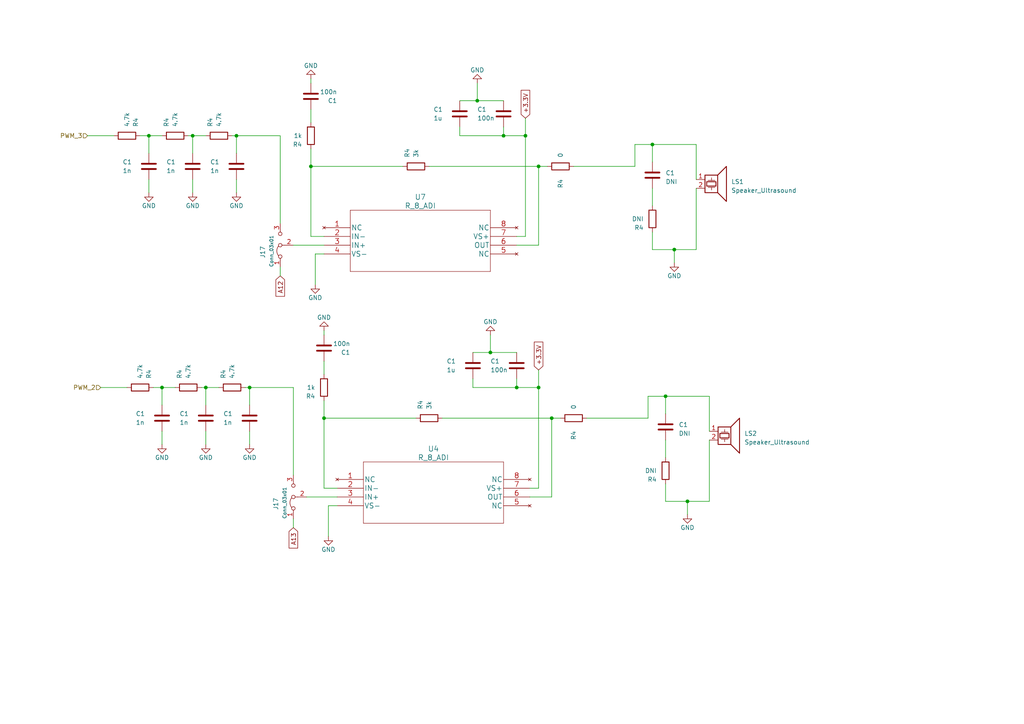
<source format=kicad_sch>
(kicad_sch (version 20230121) (generator eeschema)
  (paper "A4")
  (lib_symbols
    (symbol "ADA4891-1:ADA4891-1ARZ" (pin_names (offset 0.254))
      (property "Reference" "U" (at 27.94 10.16 0))
      (property "Value" "ADA4891-1ARZ" (at 27.94 7.62 0))
      (symbol "ADA4891-1ARZ_1_1"
        (polyline (pts (xy 7.62 -12.7) (xy 48.26 -12.7)) (stroke (width 0.127)))
        (polyline (pts (xy 7.62 5.08) (xy 7.62 -12.7)) (stroke (width 0.127)))
        (polyline (pts (xy 48.26 -12.7) (xy 48.26 5.08)) (stroke (width 0.127)))
        (polyline (pts (xy 48.26 5.08) (xy 7.62 5.08)) (stroke (width 0.127)))
        (pin no_connect line (at 0 0 0) (length 7.62) (name "NC") (number "1"))
        (pin input line (at 0 -2.54 0) (length 7.62) (name "IN-") (number "2"))
        (pin input line (at 0 -5.08 0) (length 7.62) (name "IN+") (number "3"))
        (pin power_in line (at 0 -7.62 0) (length 7.62) (name "VS-") (number "4"))
        (pin no_connect line (at 55.88 -7.62 180) (length 7.62) (name "NC") (number "5"))
        (pin output line (at 55.88 -5.08 180) (length 7.62) (name "OUT") (number "6"))
        (pin power_in line (at 55.88 -2.54 180) (length 7.62) (name "VS+") (number "7"))
        (pin no_connect line (at 55.88 0 180) (length 7.62) (name "NC") (number "8"))
      )
    )
    (symbol "Device:C" (pin_numbers hide) (pin_names (offset 0.254))
      (property "Reference" "C" (at 0.635 2.54 0))
      (property "Value" "C" (at 0.635 -2.54 0))
      (symbol "C_0_1"
        (polyline (pts (xy -2.032 -0.762) (xy 2.032 -0.762)) (stroke (width 0.508)))
        (polyline (pts (xy -2.032 0.762) (xy 2.032 0.762)) (stroke (width 0.508)))
      )
      (symbol "C_1_1"
        (pin passive line (at 0 3.81 270) (length 2.794) (name "~") (number "1"))
        (pin passive line (at 0 -3.81 90) (length 2.794) (name "~") (number "2"))
      )
    )
    (symbol "Device:R" (pin_numbers hide) (pin_names (offset 0))
      (property "Reference" "R" (at 2.032 0 90))
      (property "Value" "R" (at 0 0 90))
      (symbol "R_0_1"
        (rectangle (start -1.016 -2.54) (end 1.016 2.54) (stroke (width 0.254)))
      )
      (symbol "R_1_1"
        (pin passive line (at 0 3.81 270) (length 1.27) (name "~") (number "1"))
        (pin passive line (at 0 -3.81 90) (length 1.27) (name "~") (number "2"))
      )
    )
    (symbol "Device:Speaker_Ultrasound" (pin_names (offset 0) hide)
      (property "Reference" "LS" (at 0.635 5.715 0))
      (property "Value" "Speaker_Ultrasound" (at 0.635 3.81 0))
      (symbol "Speaker_Ultrasound_0_0"
        (rectangle (start -2.54 1.27) (end 1.143 -3.81) (stroke (width 0.254)))
        (rectangle (start -2.032 -0.635) (end 0.635 -1.905) (stroke (width 0.254)))
        (polyline (pts (xy -1.651 -2.286) (xy 0.381 -2.286)))
        (polyline (pts (xy -1.651 -0.254) (xy 0.381 -0.254)))
        (polyline (pts (xy -0.635 -2.286) (xy -0.635 -3.048)))
        (polyline (pts (xy -0.635 -0.254) (xy -0.635 0.508)))
        (polyline (pts (xy 1.143 1.27) (xy 3.683 3.81) (xy 3.683 -6.35) (xy 1.143 -3.81)) (stroke (width 0.254)))
      )
      (symbol "Speaker_Ultrasound_1_1"
        (pin input line (at -5.08 0 0) (length 2.54) (name "1") (number "1"))
        (pin input line (at -5.08 -2.54 0) (length 2.54) (name "2") (number "2"))
      )
    )
    (symbol "Jumper:Jumper_3_Bridged12" (pin_names (offset 0) hide)
      (property "Reference" "JP" (at -2.54 -2.54 0))
      (property "Value" "Jumper_3_Bridged12" (at 0 2.794 0))
      (symbol "Jumper_3_Bridged12_0_0"
        (circle (center -3.302 0) (radius 0.508))
        (circle (center 0 0) (radius 0.508))
        (circle (center 3.302 0) (radius 0.508))
      )
      (symbol "Jumper_3_Bridged12_0_1"
        (arc (start -0.254 0.508) (mid -1.651 0.9912) (end -3.048 0.508))
        (polyline (pts (xy 0 -1.27) (xy 0 -0.508)))
      )
      (symbol "Jumper_3_Bridged12_1_1"
        (pin passive line (at -6.35 0 0) (length 2.54) (name "A") (number "1"))
        (pin passive line (at 0 -3.81 90) (length 2.54) (name "C") (number "2"))
        (pin passive line (at 6.35 0 180) (length 2.54) (name "B") (number "3"))
      )
    )
    (symbol "power:GND" (power) (pin_names (offset 0))
      (property "Value" "GND" (at 0 -3.81 0))
      (symbol "GND_0_1"
        (polyline (pts (xy 0 0) (xy 0 -1.27) (xy 1.27 -1.27) (xy 0 -2.54) (xy -1.27 -1.27) (xy 0 -1.27)))
      )
      (symbol "GND_1_1"
        (pin power_in line (at 0 0 270) (length 0) hide (name "GND") (number "1"))
      )
    )
  )
  (junction (at 160.02 121.285))
  (junction (at 59.69 112.395))
  (junction (at 55.88 39.37))
  (junction (at 43.18 39.37))
  (junction (at 199.39 145.415))
  (junction (at 93.98 121.285))
  (junction (at 193.04 114.935))
  (junction (at 90.17 48.26))
  (junction (at 156.21 112.395))
  (junction (at 46.99 112.395))
  (junction (at 149.86 112.395))
  (junction (at 72.39 112.395))
  (junction (at 195.58 72.39))
  (junction (at 156.21 48.26))
  (junction (at 68.58 39.37))
  (junction (at 138.43 29.21))
  (junction (at 142.24 102.235))
  (junction (at 189.23 41.91))
  (junction (at 146.05 39.37))
  (junction (at 152.4 39.37))
  (wire (pts (xy 152.4 68.58) (xy 149.86 68.58)))
  (wire (pts (xy 68.58 39.37) (xy 81.28 39.37)))
  (wire (pts (xy 54.61 39.37) (xy 55.88 39.37)))
  (wire (pts (xy 156.21 71.12) (xy 149.86 71.12)))
  (wire (pts (xy 205.74 114.935) (xy 205.74 125.095)))
  (wire (pts (xy 85.09 71.12) (xy 93.98 71.12)))
  (wire (pts (xy 138.43 29.21) (xy 146.05 29.21)))
  (wire (pts (xy 195.58 72.39) (xy 201.93 72.39)))
  (wire (pts (xy 133.35 39.37) (xy 146.05 39.37)))
  (wire (pts (xy 189.23 54.61) (xy 189.23 59.69)))
  (wire (pts (xy 152.4 34.29) (xy 152.4 39.37)))
  (wire (pts (xy 189.23 41.91) (xy 189.23 46.99)))
  (wire (pts (xy 93.98 73.66) (xy 91.44 73.66)))
  (wire (pts (xy 93.98 116.205) (xy 93.98 121.285)))
  (wire (pts (xy 142.24 102.235) (xy 137.16 102.235)))
  (wire (pts (xy 95.25 146.685) (xy 95.25 155.575)))
  (wire (pts (xy 67.31 39.37) (xy 68.58 39.37)))
  (wire (pts (xy 46.99 112.395) (xy 50.8 112.395)))
  (wire (pts (xy 189.23 67.31) (xy 189.23 72.39)))
  (wire (pts (xy 116.84 48.26) (xy 90.17 48.26)))
  (wire (pts (xy 128.27 121.285) (xy 160.02 121.285)))
  (wire (pts (xy 184.15 41.91) (xy 189.23 41.91)))
  (wire (pts (xy 156.21 48.26) (xy 156.21 71.12)))
  (wire (pts (xy 120.65 121.285) (xy 93.98 121.285)))
  (wire (pts (xy 156.21 141.605) (xy 153.67 141.605)))
  (wire (pts (xy 93.98 68.58) (xy 90.17 68.58)))
  (wire (pts (xy 142.24 102.235) (xy 149.86 102.235)))
  (wire (pts (xy 59.69 125.095) (xy 59.69 128.905)))
  (wire (pts (xy 43.18 39.37) (xy 43.18 44.45)))
  (wire (pts (xy 205.74 127.635) (xy 205.74 145.415)))
  (wire (pts (xy 170.18 121.285) (xy 187.96 121.285)))
  (wire (pts (xy 81.28 77.47) (xy 81.28 80.01)))
  (wire (pts (xy 55.88 39.37) (xy 59.69 39.37)))
  (wire (pts (xy 81.28 39.37) (xy 81.28 64.77)))
  (wire (pts (xy 146.05 39.37) (xy 152.4 39.37)))
  (wire (pts (xy 160.02 144.145) (xy 153.67 144.145)))
  (wire (pts (xy 44.45 112.395) (xy 46.99 112.395)))
  (wire (pts (xy 58.42 112.395) (xy 59.69 112.395)))
  (wire (pts (xy 90.17 68.58) (xy 90.17 48.26)))
  (wire (pts (xy 137.16 109.855) (xy 137.16 112.395)))
  (wire (pts (xy 156.21 112.395) (xy 156.21 141.605)))
  (wire (pts (xy 29.21 112.395) (xy 36.83 112.395)))
  (wire (pts (xy 59.69 112.395) (xy 63.5 112.395)))
  (wire (pts (xy 160.02 121.285) (xy 162.56 121.285)))
  (wire (pts (xy 93.98 141.605) (xy 93.98 121.285)))
  (wire (pts (xy 195.58 72.39) (xy 195.58 76.2)))
  (wire (pts (xy 138.43 24.13) (xy 138.43 29.21)))
  (wire (pts (xy 59.69 117.475) (xy 59.69 112.395)))
  (wire (pts (xy 55.88 44.45) (xy 55.88 39.37)))
  (wire (pts (xy 72.39 112.395) (xy 85.09 112.395)))
  (wire (pts (xy 199.39 145.415) (xy 199.39 149.225)))
  (wire (pts (xy 90.17 35.56) (xy 90.17 31.75)))
  (wire (pts (xy 71.12 112.395) (xy 72.39 112.395)))
  (wire (pts (xy 187.96 114.935) (xy 193.04 114.935)))
  (wire (pts (xy 46.99 112.395) (xy 46.99 117.475)))
  (wire (pts (xy 152.4 39.37) (xy 152.4 68.58)))
  (wire (pts (xy 184.15 48.26) (xy 184.15 41.91)))
  (wire (pts (xy 138.43 29.21) (xy 133.35 29.21)))
  (wire (pts (xy 156.21 107.315) (xy 156.21 112.395)))
  (wire (pts (xy 43.18 52.07) (xy 43.18 55.88)))
  (wire (pts (xy 205.74 114.935) (xy 193.04 114.935)))
  (wire (pts (xy 85.09 150.495) (xy 85.09 153.035)))
  (wire (pts (xy 68.58 52.07) (xy 68.58 55.88)))
  (wire (pts (xy 85.09 112.395) (xy 85.09 137.795)))
  (wire (pts (xy 193.04 140.335) (xy 193.04 145.415)))
  (wire (pts (xy 72.39 125.095) (xy 72.39 128.905)))
  (wire (pts (xy 137.16 112.395) (xy 149.86 112.395)))
  (wire (pts (xy 93.98 108.585) (xy 93.98 104.775)))
  (wire (pts (xy 156.21 48.26) (xy 158.75 48.26)))
  (wire (pts (xy 55.88 52.07) (xy 55.88 55.88)))
  (wire (pts (xy 166.37 48.26) (xy 184.15 48.26)))
  (wire (pts (xy 93.98 97.155) (xy 93.98 95.885)))
  (wire (pts (xy 97.79 146.685) (xy 95.25 146.685)))
  (wire (pts (xy 91.44 73.66) (xy 91.44 82.55)))
  (wire (pts (xy 40.64 39.37) (xy 43.18 39.37)))
  (wire (pts (xy 189.23 72.39) (xy 195.58 72.39)))
  (wire (pts (xy 97.79 141.605) (xy 93.98 141.605)))
  (wire (pts (xy 160.02 121.285) (xy 160.02 144.145)))
  (wire (pts (xy 90.17 24.13) (xy 90.17 22.86)))
  (wire (pts (xy 43.18 39.37) (xy 46.99 39.37)))
  (wire (pts (xy 201.93 41.91) (xy 189.23 41.91)))
  (wire (pts (xy 201.93 41.91) (xy 201.93 52.07)))
  (wire (pts (xy 142.24 97.155) (xy 142.24 102.235)))
  (wire (pts (xy 68.58 39.37) (xy 68.58 44.45)))
  (wire (pts (xy 124.46 48.26) (xy 156.21 48.26)))
  (wire (pts (xy 90.17 43.18) (xy 90.17 48.26)))
  (wire (pts (xy 199.39 145.415) (xy 205.74 145.415)))
  (wire (pts (xy 88.9 144.145) (xy 97.79 144.145)))
  (wire (pts (xy 25.4 39.37) (xy 33.02 39.37)))
  (wire (pts (xy 72.39 112.395) (xy 72.39 117.475)))
  (wire (pts (xy 193.04 127.635) (xy 193.04 132.715)))
  (wire (pts (xy 149.86 112.395) (xy 156.21 112.395)))
  (wire (pts (xy 201.93 54.61) (xy 201.93 72.39)))
  (wire (pts (xy 146.05 36.83) (xy 146.05 39.37)))
  (wire (pts (xy 193.04 145.415) (xy 199.39 145.415)))
  (wire (pts (xy 133.35 36.83) (xy 133.35 39.37)))
  (wire (pts (xy 187.96 121.285) (xy 187.96 114.935)))
  (wire (pts (xy 193.04 114.935) (xy 193.04 120.015)))
  (wire (pts (xy 149.86 109.855) (xy 149.86 112.395)))
  (wire (pts (xy 46.99 125.095) (xy 46.99 128.905)))
  (global_label "+3.3V" (shape input) (at 156.21 107.315 90) (property "Intersheetrefs" "${INTERSHEET_REFS}" (effects hide)))
  (global_label "+3.3V" (shape input) (at 152.4 34.29 90) (property "Intersheetrefs" "${INTERSHEET_REFS}" (effects hide)))
  (global_label "A13" (shape input) (at 85.09 153.035 270) (property "Intersheetrefs" "${INTERSHEET_REFS}" (effects hide)))
  (global_label "A12" (shape input) (at 81.28 80.01 270) (property "Intersheetrefs" "${INTERSHEET_REFS}" (effects hide)))
  (hierarchical_label "PWM_3" (shape input) (at 25.4 39.37 180))
  (hierarchical_label "PWM_2" (shape input) (at 29.21 112.395 180))
  (symbol (lib_id "Device:R") (at 120.65 48.26 90) (unit 1)
    (property "Reference" "R4" (at 118.11 45.72 0) (effects (justify left)))
    (property "Value" "3k" (at 120.65 45.72 0) (effects (justify left)))
    (property "Footprint" "Resistor_SMD:R_0805_2012Metric" (effects hide))
    (instances (project "Ultrasound shield" (path "" (reference "R4") (unit 1)) (path "" (reference "R19") (unit 1))))
  )
  (symbol (lib_id "ADA4891-1:ADA4891-1ARZ") (at 93.98 66.04 0) (unit 1)
    (property "Reference" "U7" (at 121.92 57.15 0) (effects (font (size 1.524 1.524))))
    (property "Value" "R_8_ADI" (at 121.92 59.69 0) (effects (font (size 1.524 1.524))))
    (property "Footprint" "ADA4891-ARZ:ADA4891-1ARZ" (effects hide))
  )
  (symbol (lib_id "power:GND") (at 90.17 22.86 180) (unit 1)
    (property "Reference" "#PWR04" (effects hide))
    (property "Value" "GND" (at 90.17 19.05 0))
    (instances (project "Ultrasound shield" (path "" (reference "#PWR04") (unit 1)) (path "" (reference "#PWR018") (unit 1)) (path "" (reference "#PWR041") (unit 1))))
  )
  (symbol (lib_id "Device:C") (at 46.99 121.285 0) (unit 1)
    (property "Reference" "C1" (at 39.37 120.015 0) (effects (justify left)))
    (property "Value" "1n" (at 39.37 122.555 0) (effects (justify left)))
    (property "Footprint" "Capacitor_SMD:C_0805_2012Metric" (effects hide))
    (instances (project "Ultrasound shield" (path "" (reference "C1") (unit 1)) (path "" (reference "C9") (unit 1)) (path "" (reference "C32") (unit 1))))
  )
  (symbol (lib_id "Device:C") (at 137.16 106.045 0) (unit 1)
    (property "Reference" "C1" (at 129.54 104.775 0) (effects (justify left)))
    (property "Value" "1u" (at 129.54 107.315 0) (effects (justify left)))
    (property "Footprint" "Capacitor_SMD:C_0805_2012Metric" (effects hide))
    (instances (project "Ultrasound shield" (path "" (reference "C1") (unit 1)) (path "" (reference "C9") (unit 1)) (path "" (reference "C43") (unit 1))))
  )
  (symbol (lib_id "Device:C") (at 193.04 123.825 0) (unit 1)
    (property "Reference" "C1" (at 196.85 123.19 0) (effects (justify left)))
    (property "Value" "DNI" (at 196.85 125.73 0) (effects (justify left)))
    (property "Footprint" "Capacitor_SMD:C_0805_2012Metric" (effects hide))
    (instances (project "Ultrasound shield" (path "" (reference "C1") (unit 1)) (path "" (reference "C13") (unit 1)) (path "" (reference "C64") (unit 1))))
  )
  (symbol (lib_id "power:GND") (at 93.98 95.885 180) (unit 1)
    (property "Reference" "#PWR04" (effects hide))
    (property "Value" "GND" (at 93.98 92.075 0))
    (instances (project "Ultrasound shield" (path "" (reference "#PWR04") (unit 1)) (path "" (reference "#PWR018") (unit 1)) (path "" (reference "#PWR031") (unit 1))))
  )
  (symbol (lib_id "Device:C") (at 189.23 50.8 0) (unit 1)
    (property "Reference" "C1" (at 193.04 50.165 0) (effects (justify left)))
    (property "Value" "DNI" (at 193.04 52.705 0) (effects (justify left)))
    (property "Footprint" "Capacitor_SMD:C_0805_2012Metric" (effects hide))
    (instances (project "Ultrasound shield" (path "" (reference "C1") (unit 1)) (path "" (reference "C13") (unit 1)) (path "" (reference "C22") (unit 1))))
  )
  (symbol (lib_id "Device:R") (at 50.8 39.37 90) (unit 1)
    (property "Reference" "R4" (at 48.26 36.83 0) (effects (justify left)))
    (property "Value" "4.7k" (at 50.8 36.83 0) (effects (justify left)))
    (property "Footprint" "Resistor_SMD:R_0805_2012Metric" (effects hide))
    (instances (project "Ultrasound shield" (path "" (reference "R4") (unit 1)) (path "" (reference "R17") (unit 1))))
  )
  (symbol (lib_id "power:GND") (at 68.58 55.88 0) (unit 1)
    (property "Reference" "#PWR04" (effects hide))
    (property "Value" "GND" (at 68.58 59.69 0))
    (instances (project "Ultrasound shield" (path "" (reference "#PWR04") (unit 1)) (path "" (reference "#PWR018") (unit 1)) (path "" (reference "#PWR040") (unit 1))))
  )
  (symbol (lib_id "power:GND") (at 199.39 149.225 0) (unit 1)
    (property "Reference" "#PWR04" (effects hide))
    (property "Value" "GND" (at 199.39 153.035 0))
    (instances (project "Ultrasound shield" (path "" (reference "#PWR04") (unit 1)) (path "" (reference "#PWR018") (unit 1)) (path "" (reference "#PWR060") (unit 1))))
  )
  (symbol (lib_id "Device:C") (at 55.88 48.26 0) (unit 1)
    (property "Reference" "C1" (at 48.26 46.99 0) (effects (justify left)))
    (property "Value" "1n" (at 48.26 49.53 0) (effects (justify left)))
    (property "Footprint" "Capacitor_SMD:C_0805_2012Metric" (effects hide))
    (instances (project "Ultrasound shield" (path "" (reference "C1") (unit 1)) (path "" (reference "C9") (unit 1)) (path "" (reference "C24") (unit 1))))
  )
  (symbol (lib_id "Device:C") (at 59.69 121.285 0) (unit 1)
    (property "Reference" "C1" (at 52.07 120.015 0) (effects (justify left)))
    (property "Value" "1n" (at 52.07 122.555 0) (effects (justify left)))
    (property "Footprint" "Capacitor_SMD:C_0805_2012Metric" (effects hide))
    (instances (project "Ultrasound shield" (path "" (reference "C1") (unit 1)) (path "" (reference "C9") (unit 1)) (path "" (reference "C34") (unit 1))))
  )
  (symbol (lib_id "Device:Speaker_Ultrasound") (at 210.82 125.095 0) (unit 1)
    (property "Reference" "LS2" (at 215.9 125.73 0) (effects (justify left)))
    (property "Value" "Speaker_Ultrasound" (at 215.9 128.27 0) (effects (justify left)))
    (property "Footprint" "Speaker:328ST16M_Speaker" (effects hide))
  )
  (symbol (lib_id "Device:R") (at 54.61 112.395 90) (unit 1)
    (property "Reference" "R4" (at 52.07 109.855 0) (effects (justify left)))
    (property "Value" "4.7k" (at 54.61 109.855 0) (effects (justify left)))
    (property "Footprint" "Resistor_SMD:R_0805_2012Metric" (effects hide))
    (instances (project "Ultrasound shield" (path "" (reference "R4") (unit 1)) (path "" (reference "R22") (unit 1))))
  )
  (symbol (lib_id "power:GND") (at 95.25 155.575 0) (unit 1)
    (property "Reference" "#PWR04" (effects hide))
    (property "Value" "GND" (at 95.25 159.385 0))
    (instances (project "Ultrasound shield" (path "" (reference "#PWR04") (unit 1)) (path "" (reference "#PWR018") (unit 1)) (path "" (reference "#PWR033") (unit 1))))
  )
  (symbol (lib_id "Device:C") (at 72.39 121.285 0) (unit 1)
    (property "Reference" "C1" (at 64.77 120.015 0) (effects (justify left)))
    (property "Value" "1n" (at 64.77 122.555 0) (effects (justify left)))
    (property "Footprint" "Capacitor_SMD:C_0805_2012Metric" (effects hide))
    (instances (project "Ultrasound shield" (path "" (reference "C1") (unit 1)) (path "" (reference "C9") (unit 1)) (path "" (reference "C35") (unit 1))))
  )
  (symbol (lib_id "power:GND") (at 195.58 76.2 0) (unit 1)
    (property "Reference" "#PWR04" (effects hide))
    (property "Value" "GND" (at 195.58 80.01 0))
    (instances (project "Ultrasound shield" (path "" (reference "#PWR04") (unit 1)) (path "" (reference "#PWR018") (unit 1)) (path "" (reference "#PWR045") (unit 1))))
  )
  (symbol (lib_id "Device:R") (at 166.37 121.285 90) (unit 1)
    (property "Reference" "R4" (at 166.37 127.635 0) (effects (justify left)))
    (property "Value" "0" (at 166.37 118.745 0) (effects (justify left)))
    (property "Footprint" "Resistor_SMD:R_0805_2012Metric" (effects hide))
    (instances (project "Ultrasound shield" (path "" (reference "R4") (unit 1)) (path "" (reference "R38") (unit 1))))
  )
  (symbol (lib_id "Device:C") (at 93.98 100.965 180) (unit 1)
    (property "Reference" "C1" (at 101.6 102.235 0) (effects (justify left)))
    (property "Value" "100n" (at 101.6 99.695 0) (effects (justify left)))
    (property "Footprint" "Capacitor_SMD:C_0805_2012Metric" (effects hide))
    (instances (project "Ultrasound shield" (path "" (reference "C1") (unit 1)) (path "" (reference "C9") (unit 1)) (path "" (reference "C39") (unit 1))))
  )
  (symbol (lib_id "Device:R") (at 40.64 112.395 270) (mirror x) (unit 1)
    (property "Reference" "R4" (at 43.18 109.855 0) (effects (justify left)))
    (property "Value" "4.7k" (at 40.64 109.855 0) (effects (justify left)))
    (property "Footprint" "Resistor_SMD:R_0805_2012Metric" (effects hide))
    (instances (project "Ultrasound shield" (path "" (reference "R4") (unit 1)) (path "" (reference "R21") (unit 1))))
  )
  (symbol (lib_id "Device:R") (at 63.5 39.37 90) (unit 1)
    (property "Reference" "R4" (at 60.96 36.83 0) (effects (justify left)))
    (property "Value" "4.7k" (at 63.5 36.83 0) (effects (justify left)))
    (property "Footprint" "Resistor_SMD:R_0805_2012Metric" (effects hide))
    (instances (project "Ultrasound shield" (path "" (reference "R4") (unit 1)) (path "" (reference "R18") (unit 1))))
  )
  (symbol (lib_id "power:GND") (at 142.24 97.155 180) (unit 1)
    (property "Reference" "#PWR04" (effects hide))
    (property "Value" "GND" (at 142.24 93.345 0))
    (instances (project "Ultrasound shield" (path "" (reference "#PWR04") (unit 1)) (path "" (reference "#PWR018") (unit 1)) (path "" (reference "#PWR058") (unit 1))))
  )
  (symbol (lib_id "Device:R") (at 193.04 136.525 180) (unit 1)
    (property "Reference" "R4" (at 190.5 139.065 0) (effects (justify left)))
    (property "Value" "DNI" (at 190.5 136.525 0) (effects (justify left)))
    (property "Footprint" "Resistor_SMD:R_0805_2012Metric" (effects hide))
    (instances (project "Ultrasound shield" (path "" (reference "R4") (unit 1)) (path "" (reference "R39") (unit 1))))
  )
  (symbol (lib_id "Device:C") (at 133.35 33.02 0) (unit 1)
    (property "Reference" "C1" (at 125.73 31.75 0) (effects (justify left)))
    (property "Value" "1u" (at 125.73 34.29 0) (effects (justify left)))
    (property "Footprint" "Capacitor_SMD:C_0805_2012Metric" (effects hide))
    (instances (project "Ultrasound shield" (path "" (reference "C1") (unit 1)) (path "" (reference "C9") (unit 1)) (path "" (reference "C25") (unit 1))))
  )
  (symbol (lib_id "ADA4891-1:ADA4891-1ARZ") (at 97.79 139.065 0) (unit 1)
    (property "Reference" "U4" (at 125.73 130.175 0) (effects (font (size 1.524 1.524))))
    (property "Value" "R_8_ADI" (at 125.73 132.715 0) (effects (font (size 1.524 1.524))))
    (property "Footprint" "ADA4891-ARZ:ADA4891-1ARZ" (effects hide))
  )
  (symbol (lib_id "Device:C") (at 146.05 33.02 0) (unit 1)
    (property "Reference" "C1" (at 138.43 31.75 0) (effects (justify left)))
    (property "Value" "100n" (at 138.43 34.29 0) (effects (justify left)))
    (property "Footprint" "Capacitor_SMD:C_0805_2012Metric" (effects hide))
    (instances (project "Ultrasound shield" (path "" (reference "C1") (unit 1)) (path "" (reference "C9") (unit 1)) (path "" (reference "C27") (unit 1))))
  )
  (symbol (lib_id "power:GND") (at 55.88 55.88 0) (unit 1)
    (property "Reference" "#PWR04" (effects hide))
    (property "Value" "GND" (at 55.88 59.69 0))
    (instances (project "Ultrasound shield" (path "" (reference "#PWR04") (unit 1)) (path "" (reference "#PWR018") (unit 1)) (path "" (reference "#PWR039") (unit 1))))
  )
  (symbol (lib_id "Jumper:Jumper_3_Bridged12") (at 85.09 144.145 90) (unit 1)
    (property "Reference" "J17" (at 80.01 147.955 0) (effects (justify left)))
    (property "Value" "Conn_03x01" (at 82.55 150.495 0) (effects (font (size 1 1)) (justify left)))
    (property "Footprint" "Connector_PinHeader_2.54mm:PinHeader_1x03_P2.54mm_Vertical" (effects hide))
    (instances (project "Ultrasound shield" (path "" (reference "J17") (unit 1)) (path "" (reference "J8") (unit 1))))
  )
  (symbol (lib_id "Device:R") (at 93.98 112.395 180) (unit 1)
    (property "Reference" "R4" (at 91.44 114.935 0) (effects (justify left)))
    (property "Value" "1k" (at 91.44 112.395 0) (effects (justify left)))
    (property "Footprint" "Resistor_SMD:R_0805_2012Metric" (effects hide))
    (instances (project "Ultrasound shield" (path "" (reference "R4") (unit 1)) (path "" (reference "R36") (unit 1))))
  )
  (symbol (lib_id "Device:C") (at 43.18 48.26 0) (unit 1)
    (property "Reference" "C1" (at 35.56 46.99 0) (effects (justify left)))
    (property "Value" "1n" (at 35.56 49.53 0) (effects (justify left)))
    (property "Footprint" "Capacitor_SMD:C_0805_2012Metric" (effects hide))
    (instances (project "Ultrasound shield" (path "" (reference "C1") (unit 1)) (path "" (reference "C9") (unit 1)) (path "" (reference "C23") (unit 1))))
  )
  (symbol (lib_id "Device:C") (at 149.86 106.045 0) (unit 1)
    (property "Reference" "C1" (at 142.24 104.775 0) (effects (justify left)))
    (property "Value" "100n" (at 142.24 107.315 0) (effects (justify left)))
    (property "Footprint" "Capacitor_SMD:C_0805_2012Metric" (effects hide))
    (instances (project "Ultrasound shield" (path "" (reference "C1") (unit 1)) (path "" (reference "C9") (unit 1)) (path "" (reference "C63") (unit 1))))
  )
  (symbol (lib_id "power:GND") (at 59.69 128.905 0) (unit 1)
    (property "Reference" "#PWR04" (effects hide))
    (property "Value" "GND" (at 59.69 132.715 0))
    (instances (project "Ultrasound shield" (path "" (reference "#PWR04") (unit 1)) (path "" (reference "#PWR018") (unit 1)) (path "" (reference "#PWR027") (unit 1))))
  )
  (symbol (lib_id "Device:R") (at 90.17 39.37 180) (unit 1)
    (property "Reference" "R4" (at 87.63 41.91 0) (effects (justify left)))
    (property "Value" "1k" (at 87.63 39.37 0) (effects (justify left)))
    (property "Footprint" "Resistor_SMD:R_0805_2012Metric" (effects hide))
    (instances (project "Ultrasound shield" (path "" (reference "R4") (unit 1)) (path "" (reference "R20") (unit 1))))
  )
  (symbol (lib_id "Device:C") (at 68.58 48.26 0) (unit 1)
    (property "Reference" "C1" (at 60.96 46.99 0) (effects (justify left)))
    (property "Value" "1n" (at 60.96 49.53 0) (effects (justify left)))
    (property "Footprint" "Capacitor_SMD:C_0805_2012Metric" (effects hide))
    (instances (project "Ultrasound shield" (path "" (reference "C1") (unit 1)) (path "" (reference "C9") (unit 1)) (path "" (reference "C26") (unit 1))))
  )
  (symbol (lib_id "Device:R") (at 67.31 112.395 90) (unit 1)
    (property "Reference" "R4" (at 64.77 109.855 0) (effects (justify left)))
    (property "Value" "4.7k" (at 67.31 109.855 0) (effects (justify left)))
    (property "Footprint" "Resistor_SMD:R_0805_2012Metric" (effects hide))
    (instances (project "Ultrasound shield" (path "" (reference "R4") (unit 1)) (path "" (reference "R25") (unit 1))))
  )
  (symbol (lib_id "Device:R") (at 189.23 63.5 180) (unit 1)
    (property "Reference" "R4" (at 186.69 66.04 0) (effects (justify left)))
    (property "Value" "DNI" (at 186.69 63.5 0) (effects (justify left)))
    (property "Footprint" "Resistor_SMD:R_0805_2012Metric" (effects hide))
    (instances (project "Ultrasound shield" (path "" (reference "R4") (unit 1)) (path "" (reference "R14") (unit 1))))
  )
  (symbol (lib_id "Device:Speaker_Ultrasound") (at 207.01 52.07 0) (unit 1)
    (property "Reference" "LS1" (at 212.09 52.705 0) (effects (justify left)))
    (property "Value" "Speaker_Ultrasound" (at 212.09 55.245 0) (effects (justify left)))
    (property "Footprint" "Speaker:328ST16M_Speaker" (effects hide))
  )
  (symbol (lib_id "Device:C") (at 90.17 27.94 180) (unit 1)
    (property "Reference" "C1" (at 97.79 29.21 0) (effects (justify left)))
    (property "Value" "100n" (at 97.79 26.67 0) (effects (justify left)))
    (property "Footprint" "Capacitor_SMD:C_0805_2012Metric" (effects hide))
    (instances (project "Ultrasound shield" (path "" (reference "C1") (unit 1)) (path "" (reference "C9") (unit 1)) (path "" (reference "C21") (unit 1))))
  )
  (symbol (lib_id "power:GND") (at 72.39 128.905 0) (unit 1)
    (property "Reference" "#PWR04" (effects hide))
    (property "Value" "GND" (at 72.39 132.715 0))
    (instances (project "Ultrasound shield" (path "" (reference "#PWR04") (unit 1)) (path "" (reference "#PWR018") (unit 1)) (path "" (reference "#PWR028") (unit 1))))
  )
  (symbol (lib_id "Device:R") (at 162.56 48.26 90) (unit 1)
    (property "Reference" "R4" (at 162.56 54.61 0) (effects (justify left)))
    (property "Value" "0" (at 162.56 45.72 0) (effects (justify left)))
    (property "Footprint" "Resistor_SMD:R_0805_2012Metric" (effects hide))
    (instances (project "Ultrasound shield" (path "" (reference "R4") (unit 1)) (path "" (reference "R15") (unit 1))))
  )
  (symbol (lib_id "power:GND") (at 46.99 128.905 0) (unit 1)
    (property "Reference" "#PWR04" (effects hide))
    (property "Value" "GND" (at 46.99 132.715 0))
    (instances (project "Ultrasound shield" (path "" (reference "#PWR04") (unit 1)) (path "" (reference "#PWR018") (unit 1)) (path "" (reference "#PWR025") (unit 1))))
  )
  (symbol (lib_id "power:GND") (at 91.44 82.55 0) (unit 1)
    (property "Reference" "#PWR04" (effects hide))
    (property "Value" "GND" (at 91.44 86.36 0))
    (instances (project "Ultrasound shield" (path "" (reference "#PWR04") (unit 1)) (path "" (reference "#PWR018") (unit 1)) (path "" (reference "#PWR042") (unit 1))))
  )
  (symbol (lib_id "Jumper:Jumper_3_Bridged12") (at 81.28 71.12 90) (unit 1)
    (property "Reference" "J17" (at 76.2 74.93 0) (effects (justify left)))
    (property "Value" "Conn_03x01" (at 78.74 77.47 0) (effects (font (size 1 1)) (justify left)))
    (property "Footprint" "Connector_PinHeader_2.54mm:PinHeader_1x03_P2.54mm_Vertical" (effects hide))
  )
  (symbol (lib_id "power:GND") (at 43.18 55.88 0) (unit 1)
    (property "Reference" "#PWR04" (effects hide))
    (property "Value" "GND" (at 43.18 59.69 0))
    (instances (project "Ultrasound shield" (path "" (reference "#PWR04") (unit 1)) (path "" (reference "#PWR018") (unit 1)) (path "" (reference "#PWR038") (unit 1))))
  )
  (symbol (lib_id "Device:R") (at 36.83 39.37 270) (mirror x) (unit 1)
    (property "Reference" "R4" (at 39.37 36.83 0) (effects (justify left)))
    (property "Value" "4.7k" (at 36.83 36.83 0) (effects (justify left)))
    (property "Footprint" "Resistor_SMD:R_0805_2012Metric" (effects hide))
    (instances (project "Ultrasound shield" (path "" (reference "R4") (unit 1)) (path "" (reference "R16") (unit 1))))
  )
  (symbol (lib_id "power:GND") (at 138.43 24.13 180) (unit 1)
    (property "Reference" "#PWR04" (effects hide))
    (property "Value" "GND" (at 138.43 20.32 0))
    (instances (project "Ultrasound shield" (path "" (reference "#PWR04") (unit 1)) (path "" (reference "#PWR018") (unit 1)) (path "" (reference "#PWR043") (unit 1))))
  )
  (symbol (lib_id "Device:R") (at 124.46 121.285 90) (unit 1)
    (property "Reference" "R4" (at 121.92 118.745 0) (effects (justify left)))
    (property "Value" "3k" (at 124.46 118.745 0) (effects (justify left)))
    (property "Footprint" "Resistor_SMD:R_0805_2012Metric" (effects hide))
    (instances (project "Ultrasound shield" (path "" (reference "R4") (unit 1)) (path "" (reference "R37") (unit 1))))
  )
)
</source>
